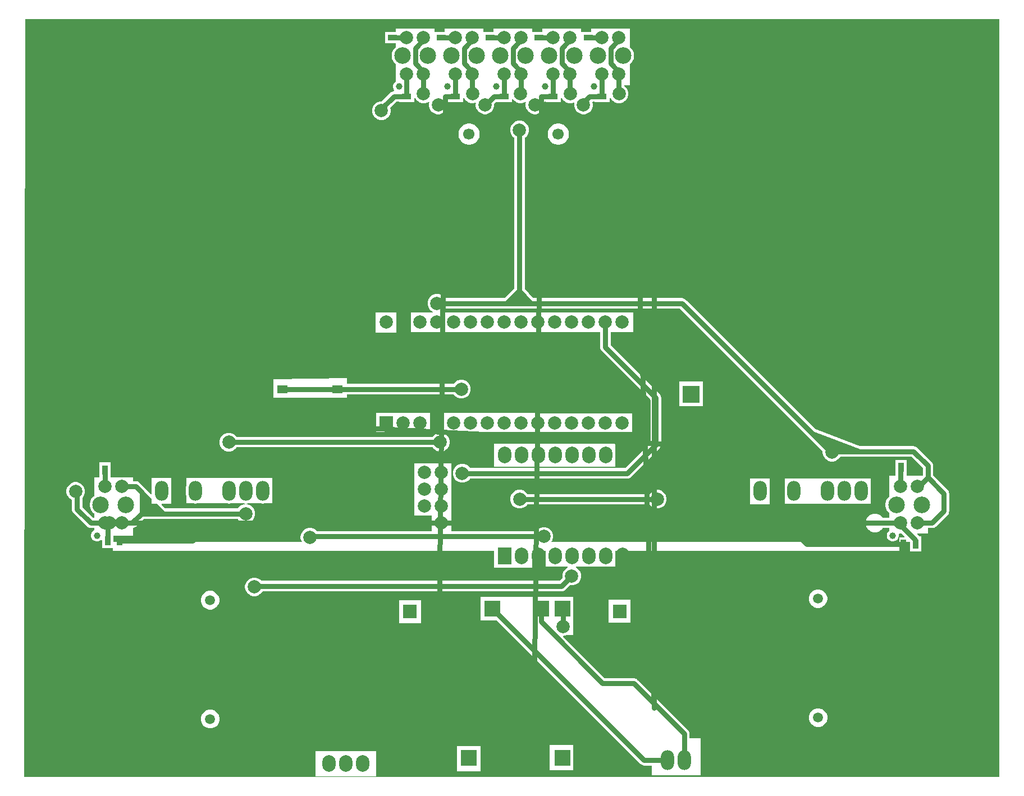
<source format=gtl>
%FSTAX24Y24*%
%MOMM*%
%SFA1B1*%

%IPPOS*%
%ADD16R,1.549997X1.299997*%
%ADD17R,0.899998X1.449997*%
%ADD18R,1.449997X0.899998*%
%ADD37C,0.759998*%
%ADD38R,2.399995X2.399995*%
%ADD39R,2.499995X2.499995*%
%ADD40C,2.499995*%
%ADD41O,1.999996X2.999994*%
%ADD42C,0.999998*%
%ADD43C,2.499995*%
%ADD44C,1.999996*%
%ADD45R,1.999996X2.499995*%
%ADD46O,1.999996X2.499995*%
%ADD47R,1.999996X1.999996*%
%ADD48O,1.999996X2.999994*%
%ADD49R,1.999996X1.999996*%
%ADD50C,1.519997*%
%ADD51C,1.699997*%
%ADD52O,1.999996X2.499995*%
%LNpcb-1*%
%LPD*%
G36*
X1470699Y0D02*
X0D01*
Y1143*
X001299Y1144299*
X1470699*
Y0*
G37*
%LNpcb-2*%
%LPC*%
G36*
X618899Y1133199D02*
X560499D01*
Y1124599*
X554799*
X554299Y1124699*
X553799Y1124599*
X543699*
Y1107599*
X560499*
Y1102099*
X559799Y1101599*
X557499Y1099299*
X555699Y1096599*
X554399Y1093599*
X553799Y1090499*
Y1087199*
X554399Y1083999*
X555699Y1080999*
X557499Y1078299*
X559799Y1075999*
X560499Y1075499*
Y1050299*
X559299Y1049499*
X557599Y1047899*
X556399Y1045799*
X555799Y1043499*
Y1041099*
X556399Y1038899*
X557599Y1036799*
X557999Y1036399*
X557299Y1035299*
X555499Y1034999*
X553599Y1034299*
X551999Y1032999*
X538799Y1019799*
X536599*
X533099Y1018899*
X529899Y1016999*
X527299Y1014399*
X525399Y1011199*
X524499Y1007699*
Y1003999*
X525399Y1000399*
X527299Y997199*
X529899Y994599*
X533099Y992799*
X536599Y991799*
X540299*
X543899Y992799*
X547099Y994599*
X549699Y997199*
X551499Y1000399*
X552499Y1003999*
Y1007699*
X551699Y1010499*
X560799Y1019599*
X565299*
Y1018899*
X587799*
Y1025199*
X589099Y1025499*
X590799Y1022599*
X593399Y1019999*
X596599Y1018199*
X600099Y1017199*
X603799*
X607399Y1018199*
X6096Y1019499*
X610699Y1018599*
X610099Y1016299*
Y1012599*
X610999Y1008999*
X612899Y1005799*
X615499Y1003199*
X618699Y1001399*
X622199Y1000399*
X625899*
X629499Y1001399*
X632699Y1003199*
X635299Y1005799*
X637099Y1008999*
X638099Y1012599*
Y1016299*
X637699Y1017699*
X638699Y1018999*
X638999Y1018899*
X661499*
Y1025599*
X662699Y1025799*
X664599Y1022599*
X667199Y1019999*
X670399Y1018199*
X673899Y1017199*
X677599*
X679799Y1017799*
X680799Y1016799*
X680699Y1016299*
Y1012599*
X681599Y1008999*
X683499Y1005799*
X686099Y1003199*
X689299Y1001399*
X692799Y1000399*
X696499*
X700099Y1001399*
X703299Y1003199*
X705899Y1005799*
X707699Y1008999*
X708699Y1012599*
Y1016299*
X711399Y1018999*
X712599Y1018899*
X735099*
Y1023099*
X736399Y1023399*
X736799Y1022599*
X739399Y1019999*
X742599Y1018199*
X746199Y1017199*
X749899*
X753399Y1018199*
X755499Y1019399*
X756599Y1018499*
X755899Y1016299*
Y1012599*
X756899Y1008999*
X758699Y1005799*
X761399Y1003199*
X764499Y1001399*
X768099Y1000399*
X771799*
X775399Y1001399*
X778499Y1003199*
X781199Y1005799*
X782999Y1008999*
X783899Y1012599*
Y1016299*
X783299Y1018499*
X784099Y1019599*
X786299*
Y1018899*
X808799*
Y1025599*
X810099Y1025799*
X811899Y1022599*
X814499Y1019999*
X817699Y1018199*
X821299Y1017199*
X824899*
X828499Y1018199*
X828599*
X829599Y1017499*
X829299Y1016299*
Y1012599*
X830199Y1008999*
X832099Y1005799*
X834699Y1003199*
X837899Y1001399*
X841399Y1000399*
X845099*
X848699Y1001399*
X851899Y1003199*
X854499Y1005799*
X856299Y1008999*
X857299Y1012599*
Y1016299*
X856699Y1018499*
X857399Y1019599*
X859999*
Y1018899*
X882499*
Y1025599*
X883699Y1025799*
X885599Y1022599*
X888199Y1019999*
X891399Y1018199*
X894899Y1017199*
X898599*
X902199Y1018199*
X905399Y1019999*
X907999Y1022599*
X909799Y1025799*
X910799Y1029399*
Y1033099*
X909799Y1036599*
X907999Y1039799*
X905399Y1042399*
X904499Y1042899*
Y1044299*
X913599*
Y1076099*
X915699Y1078299*
X917499Y1080999*
X918799Y1083999*
X919399Y1087199*
Y1090499*
X918799Y1093599*
X917499Y1096599*
X915699Y1099299*
X913599Y1101499*
Y1131999*
X855099*
Y1124599*
X839899*
Y1131999*
X781499*
Y1124599*
X766199*
Y1131999*
X707799*
Y1124599*
X692599*
Y1131999*
X634199*
Y1124799*
X628499*
X627999Y1124899*
X627399Y1124799*
X618899*
Y1133199*
G37*
G36*
X806799Y986299D02*
X803599D01*
X800499Y985699*
X797599Y984499*
X794999Y982699*
X792799Y980499*
X790999Y9779*
X789799Y974899*
X789199Y971899*
Y968699*
X789799Y965599*
X790999Y962699*
X792799Y960099*
X794999Y957899*
X797599Y956099*
X800499Y954899*
X803599Y954299*
X806799*
X809799Y954899*
X8128Y956099*
X815399Y957899*
X817599Y960099*
X819399Y962699*
X820599Y965599*
X821199Y968699*
Y971899*
X820599Y974899*
X819399Y9779*
X817599Y980499*
X815399Y982699*
X8128Y984499*
X809799Y985699*
X806799Y986299*
G37*
G36*
X672099D02*
X668999D01*
X665899Y985699*
X662999Y984499*
X6604Y982699*
X658099Y980499*
X656399Y9779*
X655199Y974899*
X654599Y971899*
Y968699*
X655199Y965599*
X656399Y962699*
X658099Y960099*
X6604Y957899*
X662999Y956099*
X665899Y954899*
X668999Y954299*
X672099*
X675199Y954899*
X678099Y956099*
X680799Y957899*
X682999Y960099*
X684699Y962699*
X685899Y965599*
X686599Y968699*
Y971899*
X685899Y974899*
X684699Y9779*
X682999Y980499*
X680799Y982699*
X678099Y984499*
X675199Y985699*
X672099Y986299*
G37*
G36*
X748599Y9906D02*
X744899D01*
X741399Y989699*
X738199Y987799*
X735599Y985199*
X733699Y981999*
X732799Y978499*
Y974799*
X733699Y971199*
X735599Y967999*
X738199Y965399*
X738899Y964999*
Y736999*
X724699Y722899*
X633899*
X633499Y723599*
X630899Y726199*
X627699Y728099*
X624099Y728999*
X620499*
X616899Y728099*
X613699Y726199*
X611099Y723599*
X609299Y720399*
X608299Y716899*
Y713199*
X609299Y709599*
X611099Y706399*
X613699Y703799*
X616299Y702299*
X615999Y700999*
X598899*
X598699Y701099*
X595099*
X594899Y700999*
X582899*
Y688999*
Y688899*
Y685199*
Y685099*
Y671799*
X868399*
Y648999*
X868699Y646899*
X869499Y644999*
X870699Y643399*
X944599Y569499*
Y504899*
X906099Y466299*
X671999*
X671599Y467099*
X668999Y469699*
X665799Y471499*
X662199Y472499*
X658599*
X654999Y471499*
X651799Y469699*
X649199Y467099*
X647399Y463899*
X646399Y460299*
Y456599*
X647399Y453099*
X649199Y449899*
X651799Y447299*
X654999Y445399*
X658599Y4445*
X662199*
X665799Y445399*
X668999Y447299*
X671599Y449899*
X671999Y450599*
X909299*
X911399Y450899*
X913299Y451599*
X914899Y452899*
X958099Y496099*
X959299Y497699*
X960099Y499599*
X960399Y501699*
Y572799*
X960099Y574799*
X959299Y576699*
X958099Y578299*
X884199Y652199*
Y671799*
X918199*
Y700999*
X903699*
X903499Y701099*
X899899*
X899699Y700999*
X878299*
X878099Y701099*
X874499*
X874299Y700999*
X852899*
X852699Y701099*
X849099*
X848899Y700999*
X827499*
X827299Y701099*
X823699*
X823499Y700999*
X802099*
X801899Y701099*
X798299*
X798099Y700999*
X776699*
X776499Y701099*
X772899*
X772699Y700999*
X751299*
X751099Y701099*
X747499*
X747299Y700999*
X725899*
X725699Y701099*
X722099*
X721899Y700999*
X700499*
X700299Y701099*
X696699*
X696499Y700999*
X675099*
X674899Y701099*
X671299*
X671099Y700999*
X649699*
X649499Y701099*
X645899*
X645699Y700999*
X628599*
X628299Y702299*
X630899Y703799*
X633499Y706399*
X633899Y707099*
X988599*
X1203899Y491799*
Y488399*
X1204899Y484799*
X1206699Y481599*
X1209299Y478999*
X1212499Y477199*
X1216099Y476199*
X1219799*
X1223299Y477199*
X1226499Y478999*
X1229099Y481599*
X1230299Y483599*
X1337899*
X1354799Y466599*
Y455399*
X1354499Y454999*
X1331299*
X1330799Y456099*
Y478599*
X1313799*
Y462199*
Y462099*
Y454999*
X1304699*
Y423899*
X1304599*
X1302299Y421599*
X1300499Y418899*
X1299299Y415899*
X1298699Y412699*
Y409399*
X1299299Y406199*
X1300499Y403199*
X1302299Y400499*
X1304599Y398199*
X1304699*
Y391399*
X1294299*
X1293899Y392099*
X1291299Y394699*
X1288099Y396599*
X1284499Y397499*
X1280899*
X1277299Y396599*
X1274099Y394699*
X1271499Y392099*
X1269699Y388899*
X1268699Y385399*
Y381699*
X1269699Y378099*
X1271499Y374899*
X1274099Y372299*
X1277299Y370499*
X1280899Y369499*
X1284499*
X1288099Y370499*
X1291299Y372299*
X1293899Y374899*
X1294299Y375699*
X1304699*
Y372099*
X1304099Y371699*
X1302399Y370099*
X1301299Y367999*
X1300599Y365699*
Y363399*
X1301299Y361099*
X1302399Y358999*
X1304099Y357299*
X1306199Y356199*
X1308499Y355499*
X1310799*
X1313099Y356199*
X1315199Y357299*
X1316899Y358999*
X1317999Y361099*
X1318599Y363399*
Y365699*
X1318499Y366399*
X1319199Y367399*
X1323099*
X1327499Y362999*
X1327099Y361799*
X1319499*
Y341799*
X13335*
Y354599*
X1334799Y355199*
X1335299Y354799*
Y352499*
X1335399Y351999*
Y340499*
X1352399*
Y362999*
X1349499*
X1348799Y363999*
X1346499Y366199*
X1346999Y367399*
X1363099*
Y375699*
X1369099*
X1371099Y375899*
X1371899Y376299*
X1372999Y376699*
X1374599Y377999*
X1392399Y395699*
X1393699Y397399*
X1394399Y399299*
X1394699Y401299*
Y427999*
X1394399Y429999*
X1393699Y431899*
X1392399Y433599*
X1370599Y455399*
Y4699*
X1370299Y471899*
X1369499Y473799*
X1368299Y475499*
X1346699Y497099*
X1345099Y498299*
X1343199Y499099*
X1341099Y499399*
X1259499*
X1193299Y524699*
X997399Y720599*
X995799Y721799*
X993899Y722599*
X991899Y722899*
X766799*
X754599Y736499*
Y964999*
X755399Y965399*
X757999Y967999*
X759799Y971199*
X760799Y974799*
Y978499*
X759799Y981999*
X757999Y985199*
X755399Y987799*
X752199Y989699*
X748599Y9906*
G37*
G36*
X547899Y701099D02*
X544299D01*
X544099Y700999*
X529599*
Y670599*
X561299*
Y700999*
X548099*
X547899Y701099*
G37*
G36*
X486399Y601999D02*
X375899Y600699D01*
Y572799*
X486399*
Y577699*
X647399*
X647799Y576999*
X650499Y574299*
X653599Y572499*
X657199Y5715*
X660899*
X664499Y572499*
X667599Y574299*
X670299Y576999*
X672099Y580099*
X6731Y583699*
Y587399*
X672099Y590999*
X670299Y594099*
X667599Y596799*
X664499Y598599*
X660899Y599599*
X657199*
X653599Y598599*
X650499Y596799*
X647799Y594099*
X647399Y593399*
X486399*
Y601999*
G37*
G36*
X1023599Y5969D02*
X988099D01*
Y560099*
X1023599*
Y5969*
G37*
G36*
X632499Y549999D02*
Y520799D01*
X645399*
X645899Y5207*
X649499*
X649999Y520799*
X670799*
X671299Y5207*
X674899*
X675399Y520799*
X696199*
X696699Y5207*
X700299*
X700799Y520799*
X721599*
X722099Y5207*
X725699*
X726199Y520799*
X746999*
X747499Y5207*
X751099*
X751599Y520799*
X772399*
X772899Y5207*
X776499*
X776999Y520799*
X797799*
X798299Y5207*
X801899*
X802399Y520799*
X823199*
X823699Y5207*
X827299*
X827799Y520799*
X848599*
X849099Y5207*
X852699*
X853199Y520799*
X873999*
X874499Y5207*
X878099*
X878599Y520799*
X899399*
X899899Y5207*
X903499*
X903999Y520799*
X916899*
Y548699*
X632499Y549999*
G37*
G36*
X612099Y549899D02*
X530899D01*
Y5207*
X532099*
X560099*
X569499*
X569699*
X573299*
X573499*
X594899*
X595099*
X598699*
X598899*
X612099*
Y549899*
G37*
G36*
X877099Y502999D02*
X8763Y502899D01*
X852599*
X851699Y502999*
X8509Y502899*
X827199*
X826299Y502999*
X8255Y502899*
X801799*
X800899Y502999*
X8001Y502899*
X776399*
X775499Y502999*
X7747Y502899*
X750999*
X750099Y502999*
X7493Y502899*
X725599*
X724699Y502999*
X7239Y502899*
X708699*
Y468599*
X891499*
Y502899*
X877999*
X877099Y502999*
G37*
G36*
X310099Y519499D02*
X306399D01*
X302899Y518599*
X299699Y516699*
X297099Y514099*
X295199Y510899*
X294299Y507399*
Y503699*
X295199Y500099*
X297099Y496899*
X299699Y494299*
X302899Y492499*
X306399Y491499*
X310099*
X313699Y492499*
X316899Y494299*
X319499Y496899*
X319899Y497599*
X615699*
X616199Y496899*
X618799Y494299*
X621999Y492399*
X625499Y491499*
X629199*
X632799Y492399*
X635999Y494299*
X638599Y496899*
X640399Y500099*
X641399Y503599*
Y507299*
X640399Y510899*
X638599Y514099*
X635999Y516699*
X632799Y518499*
X629199Y519499*
X625499*
X621999Y518499*
X618799Y516699*
X616199Y514099*
X615799Y513399*
X319899*
X319499Y514099*
X316899Y516699*
X313699Y518599*
X310099Y519499*
G37*
G36*
X630499Y473699D02*
X626799D01*
X626699*
X605199*
X605099*
X601399*
X601299*
X587999*
Y394999*
X601299*
X601399Y394899*
X605099*
X605199Y394999*
X614699*
Y385499*
Y385399*
Y381699*
Y381599*
Y371099*
X441199*
X439099Y373199*
X435899Y374999*
X432399Y375999*
X428699*
X425099Y374999*
X421899Y373199*
X419299Y370499*
X417499Y367399*
X416499Y363799*
Y360099*
X417499Y356499*
X419299Y353399*
X421899Y350699*
X425099Y348899*
X428699Y347899*
X432399*
X435899Y348899*
X439099Y350699*
X441699Y353399*
X442899Y355299*
X771999*
X772399Y354599*
X774999Y351999*
X778199Y350199*
X781699Y349199*
X785399*
X785999Y348799*
Y3175*
X8001*
X800899Y317399*
X801799Y3175*
X819199*
X819499Y316199*
X816899Y314699*
X814299Y312099*
X812499Y308899*
X811499Y305399*
Y301699*
X811699Y300899*
X806999Y296199*
X357399*
X355299Y298199*
X352099Y300099*
X348599Y300999*
X344899*
X341299Y300099*
X338099Y298199*
X335499Y295599*
X333699Y292399*
X332699Y288899*
Y285199*
X333699Y281599*
X335499Y278399*
X338099Y275799*
X341299Y273999*
X344899Y272999*
X348599*
X352099Y273999*
X355299Y275799*
X357899Y278399*
X359099Y280399*
X810299*
X812299Y280699*
X814199Y281499*
X815799Y282699*
X822899Y289699*
X823699Y289499*
X827299*
X830899Y290499*
X834099Y292299*
X836699Y294899*
X838499Y298099*
X839499Y301699*
Y305399*
X838499Y308899*
X836699Y312099*
X834099Y314699*
X831499Y316199*
X831799Y3175*
X8509*
X851699Y317399*
X852599Y3175*
X8763*
X877099Y317399*
X877999Y3175*
X891399*
Y351799*
X793799*
X793199Y353099*
X794799Y354599*
X796599Y357799*
X797599Y361399*
Y365099*
X796599Y368599*
X794799Y371799*
X792199Y374399*
X788999Y376299*
X785399Y377199*
X781699*
X778199Y376299*
X774999Y374399*
X772399Y371799*
X771999Y371099*
X643899*
Y473699*
X630599*
X630499*
G37*
G36*
X1262399Y450899D02*
X1261799Y450799D01*
X1237499*
X1236999Y450899*
X1236399Y450799*
X1212099*
X1211599Y450899*
X1210999Y450799*
X1161299*
X1160799Y450899*
X1160199Y450799*
X1146799*
Y437999*
X1146599Y436799*
Y426799*
X1146799Y425599*
Y412799*
X1160199*
X1160799Y412699*
X1161299Y412799*
X1210999*
X1211599Y412699*
X1212099Y412799*
X1236399*
X1236999Y412699*
X1237499Y412799*
X1261799*
X1262399Y412699*
X1262899Y412799*
X1276399*
Y425699*
X1276499Y426799*
Y436799*
X1276399Y437899*
Y450799*
X1262899*
X1262399Y450899*
G37*
G36*
X1123899Y450999D02*
X1094699D01*
Y411599*
X1123899*
Y425799*
X1124099Y426799*
Y436799*
X1123899Y437799*
Y450999*
G37*
G36*
X748799Y433499D02*
X745099D01*
X741499Y432599*
X738299Y430699*
X735699Y428099*
X733899Y424899*
X732899Y421399*
Y417699*
X733899Y414099*
X735699Y410899*
X738299Y408299*
X741499Y406499*
X745099Y405499*
X748799*
X752299Y406499*
X755499Y408299*
X758099Y410899*
X758399Y411499*
X942899*
X943299Y410799*
X945899Y408199*
X949099Y406299*
X952699Y405399*
X956399*
X959899Y406299*
X963099Y408199*
X965699Y410799*
X967599Y413999*
X968499Y417499*
Y421199*
X967599Y424799*
X965699Y427999*
X963099Y430599*
X959899Y432399*
X956399Y433399*
X952699*
X949099Y432399*
X945899Y430599*
X943299Y427999*
X942899Y427199*
X758599*
X758099Y428099*
X755499Y430699*
X752299Y432599*
X748799Y433499*
G37*
G36*
X130199Y474799D02*
X113199D01*
Y452299*
X111999Y452099*
X105399*
Y424399*
X104599Y423899*
X102299Y421599*
X100499Y418899*
X099299Y415899*
X098699Y412699*
Y409399*
X099299Y406199*
X100499Y403199*
X102299Y400499*
X104599Y398199*
X105399Y397699*
Y391399*
X103599*
X087499Y407499*
Y421599*
X088499Y422599*
X090299Y425799*
X091299Y429399*
Y432999*
X090299Y436599*
X088499Y439799*
X085899Y442399*
X082699Y444199*
X079099Y445199*
X075399*
X071899Y444199*
X068699Y442399*
X066099Y439799*
X064199Y436599*
X063299Y432999*
Y429399*
X064199Y425799*
X066099Y422599*
X068699Y419999*
X071799Y418199*
Y404199*
X071999Y402199*
X072799Y400299*
X074099Y398699*
X094799Y377999*
X096399Y376699*
X098299Y375899*
X100299Y375699*
X105399*
Y372499*
X104099Y371699*
X102399Y370099*
X101299Y367999*
X100599Y365699*
Y363399*
X101299Y361099*
X102399Y358999*
X104099Y357299*
X106199Y356199*
X108499Y355499*
X110799*
X113099Y356199*
X115199Y357299*
X115999Y358099*
X117199Y357599*
Y345599*
X134199*
Y364499*
X163799*
Y375799*
X164599Y375899*
X166499Y376699*
X168099Y377999*
X179899Y389699*
X321999*
X322499Y388999*
X325099Y386399*
X328299Y384499*
X331799Y383599*
X335499*
X339099Y384499*
X342299Y386399*
X344899Y388999*
X346699Y392199*
X347699Y395699*
Y399399*
X346699Y402999*
X344899Y406199*
X342299Y408799*
X339099Y410599*
X335499Y411599*
X335299*
X335199Y412799*
X337699Y413199*
X338399Y413499*
X355099*
X355799Y413199*
X359399Y412699*
X363099Y413199*
X363799Y413499*
X373599*
Y451599*
X244099*
Y439899*
X243699Y436799*
Y426799*
X244099Y423699*
Y413499*
X253499*
X254199Y413199*
X257799Y412699*
X261499Y413199*
X262199Y413499*
X304299*
X304999Y413199*
X308599Y412699*
X312299Y413199*
X312999Y413499*
X329699*
X330399Y413199*
X332799Y412799*
X332699Y411599*
X331799*
X328299Y410599*
X325099Y408799*
X322499Y406199*
X321999Y405399*
X212499*
X206899Y410999*
X207399Y412199*
X221199*
Y451599*
X191999*
Y427499*
X190799Y427099*
X184299Y433599*
X183399Y434799*
X174099Y444099*
X172499Y445399*
X170599Y446099*
X168499Y446399*
X163799*
Y452099*
X150299*
X148699Y452499*
X144999*
X143399Y452099*
X131399*
X130199Y452299*
Y474799*
G37*
G36*
X765799Y353099D02*
X708699D01*
Y316199*
X765799*
Y353099*
G37*
G36*
X1198699Y283199D02*
X1194999D01*
X1191499Y282199*
X1188299Y280399*
X1185699Y277799*
X1183799Y274599*
X1182899Y270999*
Y267299*
X1183799Y263799*
X1185699Y260599*
X1188299Y257999*
X1191499Y256099*
X1194999Y255199*
X1198699*
X1202299Y256099*
X1205499Y257999*
X1208099Y260599*
X1209899Y263799*
X1210899Y267299*
Y270999*
X1209899Y274599*
X1208099Y277799*
X1205499Y280399*
X1202299Y282199*
X1198699Y283199*
G37*
G36*
X281999Y280899D02*
X278299D01*
X274699Y279999*
X271499Y278099*
X268899Y275499*
X267099Y272299*
X266099Y268799*
Y265099*
X267099Y261499*
X268899Y258299*
X271499Y255699*
X274699Y253899*
X278299Y252899*
X281999*
X285499Y253899*
X288699Y255699*
X291299Y258299*
X293199Y261499*
X294099Y265099*
Y268799*
X293199Y272299*
X291299Y275499*
X288699Y278099*
X285499Y279999*
X281999Y280899*
G37*
G36*
X9144Y267299D02*
X881399D01*
Y232999*
X9144*
Y267299*
G37*
G36*
X598199Y2667D02*
X565099D01*
Y232399*
X598199*
Y2667*
G37*
G36*
X1198799Y103799D02*
X1195099D01*
X1191599Y102799*
X1188399Y100999*
X1185799Y098399*
X1183899Y095199*
X1182999Y091599*
Y087899*
X1183899Y084399*
X1185799Y081199*
X1188399Y078599*
X1191599Y076699*
X1195099Y075799*
X1198799*
X1202399Y076699*
X1205599Y078599*
X1208199Y081199*
X1209999Y084399*
X1210999Y087899*
Y091599*
X1209999Y095199*
X1208199Y098399*
X1205599Y100999*
X1202399Y102799*
X1198799Y103799*
G37*
G36*
X282099Y101499D02*
X278399D01*
X274799Y100599*
X271599Y098699*
X268999Y096099*
X267199Y092899*
X266199Y089399*
Y085699*
X267199Y082099*
X268999Y078899*
X271599Y076299*
X274799Y074499*
X278399Y073499*
X282099*
X285599Y074499*
X288799Y076299*
X291399Y078899*
X293299Y082099*
X294199Y085699*
Y089399*
X293299Y092899*
X291399Y096099*
X288799Y098699*
X285599Y100599*
X282099Y101499*
G37*
G36*
X827999Y048299D02*
X792499D01*
Y010199*
X827999*
Y048299*
G37*
G36*
X688299Y046999D02*
X652799D01*
Y008899*
X688299*
Y046999*
G37*
G36*
X827999Y271799D02*
X688299D01*
Y236199*
X712499*
X928899Y019799*
X930599Y018599*
X932499Y017799*
X934499Y017499*
X946099*
Y002499*
X1019799*
Y058399*
X1003199*
Y065199*
X1002899Y067199*
X1002099Y069099*
X1000899Y070699*
X924599Y146999*
X922999Y148199*
X921899Y148699*
X921099Y148999*
X918999Y149299*
X875299*
X812399Y212199*
X812899Y213299*
X814599*
X818199Y214299*
X818799Y214599*
X827999*
Y271799*
G37*
G36*
X530899Y039399D02*
X439399D01*
Y001299*
X530899*
Y039399*
G37*
%LNpcb-3*%
%LPD*%
G36*
X747399Y738499D02*
X767299Y716199D01*
X766799Y714999*
X724299*
X723799Y716199*
X746099Y738499*
X747399*
G37*
G36*
X1265499Y492699D02*
X1265199Y491499D01*
X1215399*
X1184499Y522399*
X1185199Y523399*
X1265499Y492699*
G37*
G36*
X191999Y420099D02*
Y412199D01*
X199999*
X212199Y399999*
X211699Y398799*
X179099*
Y431399*
X180199Y431899*
X191999Y420099*
G37*
G54D16*
X472399Y540499D03*
X389399Y585499D03*
Y540499D03*
X472399Y585499D03*
G54D17*
X1322299Y467399D03*
X1304299D03*
X1343899Y351799D03*
X1325899D03*
X125699Y356899D03*
X143699D03*
X121699Y463499D03*
X1397D03*
G54D18*
X576599Y1027399D03*
Y1009399D03*
X554999Y1116099D03*
Y1134099D03*
X650199Y1027399D03*
Y1009399D03*
X628699Y1116299D03*
Y1134299D03*
X871199Y1027399D03*
Y1009399D03*
X8509Y1116099D03*
Y1134099D03*
X797599Y1027399D03*
Y1009399D03*
X775999Y1116099D03*
Y1134099D03*
X7239Y1027399D03*
Y1009399D03*
X702299Y1116099D03*
Y1134099D03*
G54D37*
X658999Y585599D02*
X659099D01*
X472499D02*
X658999D01*
X521999Y563899D02*
X595599D01*
X5969Y562599*
X498599Y540499D02*
X521999Y563899D01*
X308299Y505499D02*
X627299D01*
X308299D02*
D01*
X627299D02*
X627399D01*
X746899Y419399D02*
X954499D01*
X100299Y383499D02*
X121399D01*
X079599Y404199D02*
X100299Y383499D01*
X079599Y404199D02*
Y428799D01*
X077299Y431199D02*
X079599Y428799D01*
X168499Y438499D02*
X1778Y429299D01*
Y398799D02*
Y429299D01*
X176599Y397599D02*
X1778Y398799D01*
X176599Y397599D02*
X333699D01*
X857499Y998399D02*
X868499Y1009399D01*
X871199*
X857499Y996899D02*
Y998399D01*
X811299Y996899D02*
Y998399D01*
X871199Y1009399D02*
X917999D01*
X800299D02*
X811299Y998399D01*
Y996899D02*
X857499D01*
X797599Y1009399D02*
X800299D01*
X794799D02*
X797599D01*
X783799Y998399D02*
X794799Y1009399D01*
X783799Y996899D02*
Y998399D01*
X737599Y996899D02*
Y998399D01*
X7239Y1009399D02*
X726699D01*
X737599Y998399*
X710099D02*
X721099Y1009399D01*
X7239*
X710099Y996899D02*
Y998399D01*
X652999Y1009399D02*
X663999Y998399D01*
Y996899D02*
Y998399D01*
X650199Y1009399D02*
X652999D01*
X663999Y996899D02*
X710099D01*
X7239Y777899D02*
Y1009399D01*
X852499Y1027399D02*
X871199D01*
X845599Y1014399D02*
Y1020499D01*
X852499Y1027399*
X843299Y1011999D02*
X845599Y1014399D01*
X268499Y371899D02*
X388399D01*
X415299Y398799D02*
X563899D01*
X388399Y371899D02*
X415299Y398799D01*
X254Y356899D02*
X268799Y371599D01*
X1397Y463499D02*
X231599D01*
X670599Y2159D02*
X746799Y1397D01*
X636499Y253799D02*
X670599D01*
X628199Y1134199D02*
X702199D01*
X1134099Y397499D02*
X1179799Y351799D01*
X472399Y540499D02*
X498599D01*
X389399Y585499D02*
X472399D01*
X389399Y540499D02*
X472399D01*
X306399D02*
X389399D01*
X231599Y465599D02*
X306399Y540499D01*
X143699Y356899D02*
X254D01*
X146799Y438499D02*
X168499D01*
X162599Y383499D02*
X176599Y397599D01*
X1134699Y467699D02*
Y493499D01*
X10795Y548599D02*
X1134699Y493499D01*
X472399Y585499D02*
X472499Y585599D01*
X1135399Y467399D02*
X1304299D01*
X1179799Y351799D02*
X1325899D01*
X1321399Y380199D02*
X1343199Y358499D01*
Y352499D02*
Y358499D01*
X1321399Y380199D02*
Y383499D01*
X1343199Y352499D02*
X1343899Y351799D01*
X954999Y331499D02*
Y332699D01*
Y236199D02*
Y331499D01*
X896599Y1778D02*
X954999Y236199D01*
X746799Y714999D02*
X991899D01*
X746799D02*
Y976399D01*
X6223Y714999D02*
X746799D01*
X691499Y745499D02*
X7239Y777899D01*
X603599Y745499D02*
X691499D01*
X571899Y713799D02*
X603599Y745499D01*
X916899Y1134099D02*
X949999Y1101099D01*
X8509Y1134099D02*
X916899D01*
X949999Y10414D02*
Y1101099D01*
X917999Y1009399D02*
X949999Y10414D01*
X779799Y1027399D02*
X797599D01*
X768299Y1016D02*
X779799Y1027399D01*
X694699Y1013499D02*
X708699Y1027399D01*
X7239*
X623599Y1016D02*
X635Y1027399D01*
X650199*
X538499Y1005799D02*
Y1008399D01*
X557499Y1027399*
X576599*
X737599Y996899D02*
X783799D01*
X637799D02*
X646799Y1005999D01*
X579999D02*
X589099Y996899D01*
X637799*
X576599Y1009399D02*
X579299D01*
X579999Y1005999D02*
Y1008699D01*
X579299Y1009399D02*
X579999Y1008699D01*
X822899Y1031299D02*
Y1061299D01*
X896599Y1029999D02*
Y1061299D01*
X1215399Y491499D02*
X1341099D01*
X601999Y1061299D02*
Y1064699D01*
Y1031199D02*
Y1061299D01*
X748699Y1031899D02*
Y1060699D01*
X747999Y1031199D02*
X748699Y1031899D01*
Y1060699D02*
X7493Y1061299D01*
X822899Y1031299D02*
X822999Y1031199D01*
X675599Y1033799D02*
Y1061299D01*
X871199Y1027399D02*
Y1061299D01*
X797499D02*
D01*
Y1027499D02*
Y1061299D01*
Y1027499D02*
X797599Y1027399D01*
X7239D02*
Y1061299D01*
X650199Y1027399D02*
Y1061299D01*
X576599Y1027399D02*
Y1061299D01*
X850999Y1116199D02*
X871099D01*
X8509Y1116099D02*
X850999Y1116199D01*
X871099D02*
X871199Y1116299D01*
X797399Y1116199D02*
X797499Y1116299D01*
X775999Y1116099D02*
X776099Y1116199D01*
X797399*
X723799D02*
X7239Y1116299D01*
X702299Y1116099D02*
X702399Y1116199D01*
X723799*
X628699Y1116299D02*
X650199D01*
X555099Y1116199D02*
X576499D01*
X554999Y1116099D02*
X555099Y1116199D01*
X576499D02*
X576599Y1116299D01*
X884099Y1077199D02*
Y1100399D01*
X896599Y1112999*
Y1116299*
Y1061299D02*
Y1064699D01*
X884099Y1077199D02*
X896599Y1064699D01*
X810399Y1077199D02*
Y1100399D01*
X822899Y1112999D02*
Y1116299D01*
Y1061299D02*
Y1064699D01*
X810399Y1077199D02*
X822899Y1064699D01*
X810399Y1100399D02*
X822899Y1112999D01*
X736699Y1077199D02*
X7493Y1064699D01*
X736699Y1100399D02*
X7493Y1112999D01*
Y1061299D02*
Y1064699D01*
X736699Y1077199D02*
Y1100399D01*
X7493Y1112999D02*
Y1116299D01*
X675599Y1061299D02*
Y1064699D01*
X663099Y1077199D02*
X675599Y1064699D01*
X663099Y1077199D02*
Y1100399D01*
X675599Y1112999*
Y1116299*
X589399Y1077199D02*
X601999Y1064699D01*
X589399Y1077199D02*
Y1100399D01*
X601999Y1112999D02*
Y1116299D01*
X589399Y1100399D02*
X601999Y1112999D01*
X775999Y1134099D02*
X8509D01*
X702299D02*
X775999D01*
X627399Y1134999D02*
X628199Y1134199D01*
X702199D02*
X702299Y1134099D01*
X626599Y1134199D02*
X627399Y1134999D01*
X554999Y1134099D02*
X555099Y1134199D01*
X626599*
X670599Y2159D02*
Y253799D01*
X576599Y1061299D02*
X578099Y1059799D01*
X650199Y1061299D02*
X650499Y1061099D01*
X7239Y1061299D02*
X724299Y1060899D01*
X871199Y1061299D02*
X871699Y1060899D01*
X871199Y1116299D02*
Y1119699D01*
X797499Y1116299D02*
Y1119699D01*
X7239Y1116299D02*
Y1119699D01*
X650199Y1116299D02*
Y1119699D01*
X627999Y1116999D02*
X628699Y1116299D01*
X554299Y1116799D02*
X554999Y1116099D01*
X576599Y1116299D02*
Y1119699D01*
X991899Y714999D02*
X1215399Y491499D01*
X427999Y363199D02*
X782299D01*
X345499Y288299D02*
X810299D01*
X8255Y303499*
X206999Y426799D02*
Y4318D01*
X121399Y380199D02*
X125699Y375899D01*
Y356899D02*
Y375899D01*
X121399Y380199D02*
Y383499D01*
Y438499D02*
X121599Y438699D01*
Y463399*
X121699Y463499*
X146799Y383499D02*
X162599D01*
X1321399D02*
D01*
X12827D02*
X1321399D01*
X12827D02*
D01*
X6604Y458499D02*
X909299D01*
X9525Y501699D02*
Y572799D01*
X909299Y458499D02*
X9525Y501699D01*
X8763Y648999D02*
X9525Y572799D01*
X8763Y648999D02*
Y687099D01*
X1346799Y383499D02*
X1369099D01*
X1386799Y401299D02*
Y427999D01*
X1369099Y383499D02*
X1386799Y401299D01*
X1362699Y452099D02*
X1386799Y427999D01*
X1321599Y462099D02*
X1321799Y462299D01*
X1321599Y438699D02*
Y462099D01*
X1321399Y438499D02*
X1321599Y438699D01*
X1341099Y491499D02*
X1362699Y4699D01*
Y452099D02*
Y4699D01*
X1349099Y438499D02*
X1362699Y452099D01*
X1346799Y438499D02*
X1349099D01*
X934499Y0254D02*
X970299D01*
X706099Y253799D02*
X934499Y0254D01*
X995299D02*
Y065199D01*
X811899Y253799D02*
X8128Y252899D01*
Y227299D02*
Y252899D01*
X918999Y141399D02*
X995299Y065199D01*
X871999Y141399D02*
X918999D01*
X779099Y234399D02*
Y253799D01*
Y234399D02*
X871999Y141399D01*
G54D38*
X811499Y029199D03*
X811899Y253799D03*
X670599Y029199D03*
X779099Y253799D03*
X706099D03*
X670599D03*
G54D39*
X1005799Y577799D03*
G54D40*
X1079599Y577899D03*
G54D41*
X257799Y4318D03*
X232399D03*
X206999D03*
X1109999D03*
X1135399D03*
X1160799D03*
X1211599D03*
X1236999D03*
X1262399D03*
X308599D03*
X333999D03*
X359399D03*
G54D42*
X638399Y1042299D03*
X564799D03*
X859399D03*
X1309599Y364499D03*
X109599D03*
X785699Y1042299D03*
X712099D03*
G54D43*
X681899Y1088799D03*
X643899D03*
X608299D03*
X570299D03*
X864899D03*
X902899D03*
X1315199Y410999D03*
X1353099D03*
X115199D03*
X153099D03*
X791199Y1088799D03*
X829199D03*
X717599D03*
X755599D03*
G54D44*
X675599Y1116299D03*
X650199D03*
X675599Y1061299D03*
X650199D03*
X601999Y1116299D03*
X576599D03*
X601999Y1061299D03*
X576599D03*
X871199D03*
X896599D03*
X871199Y1116299D03*
X896599D03*
X5715Y534699D03*
X5969D03*
X6223D03*
X6477D03*
X6985D03*
X7239D03*
X7493D03*
X7747D03*
X8001D03*
X8255D03*
X8509D03*
X8763D03*
X9017D03*
Y687099D03*
X8763D03*
X8509D03*
X8255D03*
X8001D03*
X7747D03*
X7493D03*
X7239D03*
X6985D03*
X6731D03*
X6477D03*
X6223D03*
X5969D03*
X5715D03*
X5461D03*
X6731Y534699D03*
X581699Y1778D03*
X896599D03*
X1321399Y383499D03*
X1346799D03*
X1321399Y438499D03*
X1346799D03*
X121399Y383499D03*
X146799D03*
X121399Y438499D03*
X146799D03*
X797499Y1061299D03*
X822899D03*
X797499Y1116299D03*
X822899D03*
X7239Y1061299D03*
X7493D03*
X7239Y1116299D03*
X7493D03*
X603299Y459699D03*
Y408899D03*
Y434299D03*
X628699D03*
Y408899D03*
Y383499D03*
Y459699D03*
X658999Y585599D03*
X5969Y562599D03*
X627399Y505499D03*
X746899Y419499D03*
X077299Y431199D03*
X564199Y397999D03*
X231599Y465599D03*
X268499Y371899D03*
X333699Y397599D03*
X1080099Y549499D03*
X1134699Y396599D03*
Y467699D03*
X954999Y331499D03*
X746799Y976599D03*
X571899Y713799D03*
X843299Y1014399D03*
X769899D03*
X694699D03*
X624099D03*
X538499Y1005799D03*
X896799Y1031199D03*
X823099D03*
X747999D03*
X601999D03*
X675799D03*
X746699Y139599D03*
X637499Y252699D03*
X6223Y714999D03*
X954499Y419399D03*
X783599Y363199D03*
X430499Y361899D03*
X308299Y505499D03*
X8255Y303499D03*
X346699Y286999D03*
X12827Y383499D03*
X1217899Y490199D03*
X6604Y458499D03*
X8128Y227299D03*
G54D45*
X724699Y333999D03*
G54D46*
X902499Y486399D03*
X877099D03*
X851699D03*
X826299D03*
X800899D03*
X775499D03*
X750099D03*
X724699D03*
X750099Y333999D03*
X775499D03*
X800899D03*
X826299D03*
X851699D03*
X877099D03*
X902499D03*
G54D47*
X5461Y534699D03*
G54D48*
X970299Y0254D03*
X995299D03*
G54D49*
X897899Y250199D03*
X581699D03*
X603299Y383499D03*
G54D50*
X280199Y087499D03*
X280099Y266899D03*
X1196999Y089799D03*
X1196899Y269199D03*
G54D51*
X670599Y970299D03*
X805199D03*
G54D52*
X510499Y020299D03*
X485099D03*
X459699D03*
M02*
</source>
